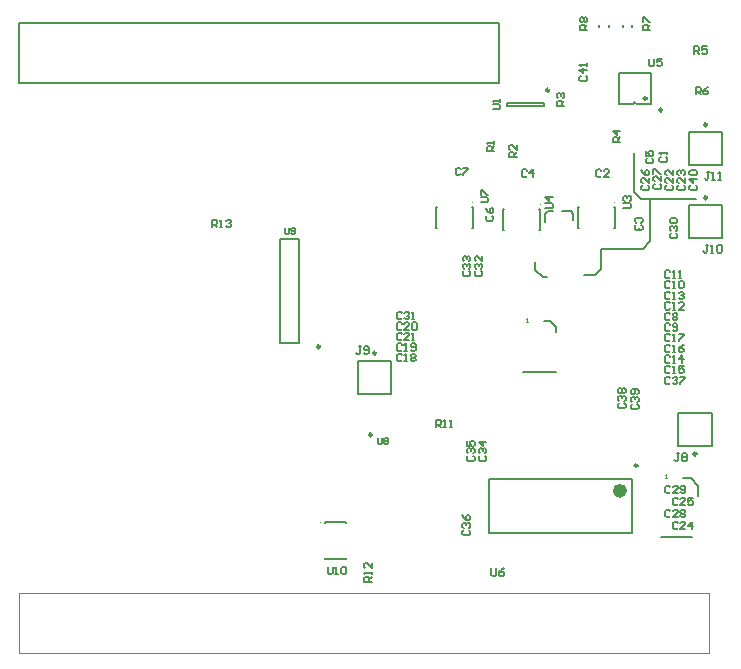
<source format=gto>
G04 Layer_Color=65535*
%FSLAX25Y25*%
%MOIN*%
G70*
G01*
G75*
%ADD23C,0.00600*%
%ADD82C,0.00984*%
%ADD83C,0.00394*%
%ADD84C,0.02362*%
%ADD85C,0.00787*%
%ADD86C,0.00100*%
%ADD87C,0.00500*%
%ADD88C,0.00800*%
%ADD89C,0.00200*%
D23*
X212000Y160000D02*
Y173000D01*
Y160000D02*
X214500Y157500D01*
X232638D01*
X217500Y143500D02*
Y157500D01*
X215000Y141000D02*
X217500Y143500D01*
X201102Y141000D02*
X215000D01*
X201000Y140898D02*
X201102Y141000D01*
X201000Y135000D02*
Y140898D01*
Y134150D02*
Y136000D01*
X199094Y132244D02*
X201000Y134150D01*
X195244Y132244D02*
X199094D01*
X179213Y134087D02*
Y136500D01*
Y134087D02*
X181800Y131500D01*
X182918D01*
X182500Y150050D02*
Y152500D01*
X183500Y153500D02*
X184912D01*
X182500Y152500D02*
X183500Y153500D01*
X191750Y150469D02*
Y152750D01*
X191000Y153500D02*
X191750Y152750D01*
X188000Y153500D02*
X191000D01*
X175000Y100000D02*
X186000D01*
X184000Y117000D02*
X186000Y115000D01*
Y113228D02*
Y115000D01*
X182000Y117000D02*
X184000D01*
X221000Y45000D02*
X231500D01*
X228500Y64500D02*
X231000D01*
X233500Y62000D01*
Y58697D02*
Y62000D01*
X160782Y71965D02*
X160366Y71549D01*
Y70716D01*
X160782Y70299D01*
X162449D01*
X162865Y70716D01*
Y71549D01*
X162449Y71965D01*
X160782Y72798D02*
X160366Y73215D01*
Y74048D01*
X160782Y74464D01*
X161199D01*
X161615Y74048D01*
Y73631D01*
Y74048D01*
X162032Y74464D01*
X162449D01*
X162865Y74048D01*
Y73215D01*
X162449Y72798D01*
X162865Y76547D02*
X160366D01*
X161615Y75297D01*
Y76964D01*
D82*
X107338Y108357D02*
G03*
X107338Y108357I-492J0D01*
G01*
X124662Y78980D02*
G03*
X124662Y78980I-492J0D01*
G01*
X183760Y193858D02*
G03*
X183760Y193858I-492J0D01*
G01*
X213259Y68724D02*
G03*
X213259Y68724I-492J0D01*
G01*
X126122Y106220D02*
G03*
X126122Y106220I-492J0D01*
G01*
X232892Y72629D02*
G03*
X232892Y72629I-492J0D01*
G01*
X216262Y191093D02*
G03*
X216262Y191093I-492J0D01*
G01*
X221462Y187273D02*
G03*
X221462Y187273I-492J0D01*
G01*
X236392Y182371D02*
G03*
X236392Y182371I-492J0D01*
G01*
Y158071D02*
G03*
X236392Y158071I-492J0D01*
G01*
D83*
X205680Y156519D02*
G03*
X205680Y156519I-197J0D01*
G01*
X180847Y155787D02*
G03*
X180847Y155787I-197J0D01*
G01*
X158436Y156519D02*
G03*
X158436Y156519I-197J0D01*
G01*
X107737Y49808D02*
G03*
X107737Y49808I-197J0D01*
G01*
D84*
X208534Y60358D02*
G03*
X208534Y60358I-1181J0D01*
G01*
D85*
X213010Y189321D02*
G03*
X211730Y189321I-640J0D01*
G01*
X100350Y109577D02*
Y144223D01*
X94050Y109577D02*
Y144223D01*
Y109577D02*
X100350D01*
X94050Y144223D02*
X100350D01*
X208347Y214910D02*
Y215698D01*
X211496Y214910D02*
Y215698D01*
X200484Y214847D02*
Y215634D01*
X203633Y214847D02*
Y215634D01*
X169882Y188543D02*
Y189724D01*
Y188543D02*
X182087D01*
X169882Y189724D02*
X182087D01*
Y188543D02*
Y189724D01*
X193377Y147858D02*
Y154945D01*
Y147858D02*
X193574D01*
X193377Y154945D02*
X193574D01*
X205385Y147858D02*
X205581D01*
Y154945D01*
X205385D02*
X205581D01*
X168543Y147126D02*
Y154213D01*
Y147126D02*
X168740D01*
X168543Y154213D02*
X168740D01*
X180551Y147126D02*
X180748D01*
Y154213D01*
X180551D02*
X180748D01*
X163652Y46224D02*
Y64295D01*
Y46224D02*
X211290D01*
X163652Y64295D02*
X211290D01*
Y46224D02*
Y64295D01*
X146133Y147858D02*
Y154945D01*
Y147858D02*
X146330D01*
X146133Y154945D02*
X146330D01*
X158141Y147858D02*
X158337D01*
Y154945D01*
X158141D02*
X158337D01*
X109115Y37701D02*
X116202D01*
X109115Y49709D02*
Y49906D01*
Y37701D02*
Y37898D01*
X116202Y37701D02*
Y37898D01*
X109115Y49906D02*
X116202D01*
Y49709D02*
Y49906D01*
X7000Y216297D02*
X167000D01*
X7000Y196297D02*
X167000D01*
X7000D02*
Y216297D01*
X167000Y196297D02*
Y216297D01*
X120118Y92638D02*
Y103661D01*
X120118Y92638D02*
X131142D01*
Y103661D01*
X120118Y103661D02*
X131142D01*
X237912Y75188D02*
Y86212D01*
X226888Y86212D02*
X237912D01*
X226888Y75188D02*
Y86212D01*
X226888Y75188D02*
X237912D01*
X217744Y189321D02*
Y199557D01*
X206996D02*
X217744D01*
X206996Y189321D02*
Y199557D01*
Y189321D02*
X211730D01*
X213010D02*
X217744D01*
X230388Y168788D02*
Y179812D01*
X230388Y168788D02*
X241412D01*
Y179812D01*
X230388Y179812D02*
X241412D01*
X230388Y144488D02*
Y155512D01*
X230388Y144488D02*
X241412D01*
Y155512D01*
X230388Y155512D02*
X241412D01*
D86*
X17000Y26300D02*
X237000D01*
Y6300D02*
Y26300D01*
X17000Y6300D02*
X237000D01*
X7000D02*
X17000D01*
X7000D02*
Y26300D01*
X17000D01*
D87*
X95700Y147999D02*
Y146333D01*
X96033Y146000D01*
X96700D01*
X97033Y146333D01*
Y147999D01*
X97699Y146333D02*
X98033Y146000D01*
X98699D01*
X99032Y146333D01*
Y147666D01*
X98699Y147999D01*
X98033D01*
X97699Y147666D01*
Y147333D01*
X98033Y147000D01*
X99032D01*
X126700Y77899D02*
Y76233D01*
X127033Y75900D01*
X127700D01*
X128033Y76233D01*
Y77899D01*
X128699Y77566D02*
X129033Y77899D01*
X129699D01*
X130032Y77566D01*
Y77233D01*
X129699Y76900D01*
X130032Y76566D01*
Y76233D01*
X129699Y75900D01*
X129033D01*
X128699Y76233D01*
Y76566D01*
X129033Y76900D01*
X128699Y77233D01*
Y77566D01*
X129033Y76900D02*
X129699D01*
X182501Y154500D02*
X184583D01*
X185000Y154917D01*
Y155750D01*
X184583Y156166D01*
X182501D01*
X185000Y158249D02*
X182501D01*
X183750Y156999D01*
Y158665D01*
X236866Y142199D02*
X236033D01*
X236450D01*
Y140117D01*
X236033Y139700D01*
X235616D01*
X235200Y140117D01*
X237699Y139700D02*
X238532D01*
X238116D01*
Y142199D01*
X237699Y141783D01*
X239782D02*
X240198Y142199D01*
X241031D01*
X241448Y141783D01*
Y140117D01*
X241031Y139700D01*
X240198D01*
X239782Y140117D01*
Y141783D01*
X237266Y166599D02*
X236433D01*
X236850D01*
Y164516D01*
X236433Y164100D01*
X236017D01*
X235600Y164516D01*
X238099Y164100D02*
X238932D01*
X238516D01*
Y166599D01*
X238099Y166183D01*
X240182Y164100D02*
X241015D01*
X240598D01*
Y166599D01*
X240182Y166183D01*
D88*
X157074Y133524D02*
X157490Y133108D01*
Y132274D01*
X157074Y131858D01*
X155408D01*
X154991Y132274D01*
Y133108D01*
X155408Y133524D01*
X157074Y134357D02*
X157490Y134774D01*
Y135607D01*
X157074Y136023D01*
X156657D01*
X156241Y135607D01*
Y135190D01*
Y135607D01*
X155824Y136023D01*
X155408D01*
X154991Y135607D01*
Y134774D01*
X155408Y134357D01*
X157074Y136856D02*
X157490Y137273D01*
Y138106D01*
X157074Y138523D01*
X156657D01*
X156241Y138106D01*
Y137689D01*
Y138106D01*
X155824Y138523D01*
X155408D01*
X154991Y138106D01*
Y137273D01*
X155408Y136856D01*
X159417Y133524D02*
X159001Y133108D01*
Y132274D01*
X159417Y131858D01*
X161083D01*
X161500Y132274D01*
Y133108D01*
X161083Y133524D01*
X159417Y134357D02*
X159001Y134774D01*
Y135607D01*
X159417Y136023D01*
X159834D01*
X160250Y135607D01*
Y135190D01*
Y135607D01*
X160667Y136023D01*
X161083D01*
X161500Y135607D01*
Y134774D01*
X161083Y134357D01*
X161500Y138523D02*
Y136856D01*
X159834Y138523D01*
X159417D01*
X159001Y138106D01*
Y137273D01*
X159417Y136856D01*
X134666Y109083D02*
X134250Y109499D01*
X133416D01*
X133000Y109083D01*
Y107416D01*
X133416Y107000D01*
X134250D01*
X134666Y107416D01*
X135499Y107000D02*
X136332D01*
X135916D01*
Y109499D01*
X135499Y109083D01*
X137582Y107416D02*
X137998Y107000D01*
X138831D01*
X139248Y107416D01*
Y109083D01*
X138831Y109499D01*
X137998D01*
X137582Y109083D01*
Y108666D01*
X137998Y108250D01*
X139248D01*
X224417Y146166D02*
X224001Y145750D01*
Y144916D01*
X224417Y144500D01*
X226083D01*
X226500Y144916D01*
Y145750D01*
X226083Y146166D01*
X224417Y146999D02*
X224001Y147416D01*
Y148249D01*
X224417Y148665D01*
X224834D01*
X225250Y148249D01*
Y147832D01*
Y148249D01*
X225667Y148665D01*
X226083D01*
X226500Y148249D01*
Y147416D01*
X226083Y146999D01*
X224417Y149498D02*
X224001Y149915D01*
Y150748D01*
X224417Y151164D01*
X226083D01*
X226500Y150748D01*
Y149915D01*
X226083Y149498D01*
X224417D01*
X194256Y198666D02*
X193840Y198250D01*
Y197416D01*
X194256Y197000D01*
X195922D01*
X196339Y197416D01*
Y198250D01*
X195922Y198666D01*
X196339Y200749D02*
X193840D01*
X195089Y199499D01*
Y201165D01*
X196339Y201998D02*
Y202831D01*
Y202415D01*
X193840D01*
X194256Y201998D01*
X217100Y204399D02*
Y202316D01*
X217516Y201900D01*
X218350D01*
X218766Y202316D01*
Y204399D01*
X221265D02*
X219599D01*
Y203150D01*
X220432Y203566D01*
X220849D01*
X221265Y203150D01*
Y202316D01*
X220849Y201900D01*
X220016D01*
X219599Y202316D01*
X208501Y154500D02*
X210583D01*
X211000Y154917D01*
Y155750D01*
X210583Y156166D01*
X208501D01*
X208917Y156999D02*
X208501Y157416D01*
Y158249D01*
X208917Y158665D01*
X209334D01*
X209750Y158249D01*
Y157832D01*
Y158249D01*
X210167Y158665D01*
X210583D01*
X211000Y158249D01*
Y157416D01*
X210583Y156999D01*
X172913Y171500D02*
X170414D01*
Y172750D01*
X170831Y173166D01*
X171664D01*
X172080Y172750D01*
Y171500D01*
Y172333D02*
X172913Y173166D01*
Y175665D02*
Y173999D01*
X171247Y175665D01*
X170831D01*
X170414Y175249D01*
Y174416D01*
X170831Y173999D01*
X224058Y115720D02*
X223642Y116137D01*
X222809D01*
X222392Y115720D01*
Y114054D01*
X222809Y113638D01*
X223642D01*
X224058Y114054D01*
X224891D02*
X225308Y113638D01*
X226141D01*
X226557Y114054D01*
Y115720D01*
X226141Y116137D01*
X225308D01*
X224891Y115720D01*
Y115304D01*
X225308Y114887D01*
X226557D01*
X224058Y119264D02*
X223642Y119680D01*
X222809D01*
X222392Y119264D01*
Y117598D01*
X222809Y117181D01*
X223642D01*
X224058Y117598D01*
X224891Y119264D02*
X225308Y119680D01*
X226141D01*
X226557Y119264D01*
Y118847D01*
X226141Y118431D01*
X226557Y118014D01*
Y117598D01*
X226141Y117181D01*
X225308D01*
X224891Y117598D01*
Y118014D01*
X225308Y118431D01*
X224891Y118847D01*
Y119264D01*
X225308Y118431D02*
X226141D01*
X154295Y167583D02*
X153878Y167999D01*
X153045D01*
X152629Y167583D01*
Y165917D01*
X153045Y165500D01*
X153878D01*
X154295Y165917D01*
X155128Y167999D02*
X156794D01*
Y167583D01*
X155128Y165917D01*
Y165500D01*
X163075Y152099D02*
X162658Y151683D01*
Y150850D01*
X163075Y150433D01*
X164741D01*
X165157Y150850D01*
Y151683D01*
X164741Y152099D01*
X162658Y154598D02*
X163075Y153765D01*
X163908Y152932D01*
X164741D01*
X165157Y153349D01*
Y154182D01*
X164741Y154598D01*
X164324D01*
X163908Y154182D01*
Y152932D01*
X216417Y171166D02*
X216001Y170750D01*
Y169916D01*
X216417Y169500D01*
X218084D01*
X218500Y169916D01*
Y170750D01*
X218084Y171166D01*
X216001Y173665D02*
Y171999D01*
X217250D01*
X216834Y172832D01*
Y173249D01*
X217250Y173665D01*
X218084D01*
X218500Y173249D01*
Y172416D01*
X218084Y171999D01*
X176312Y167083D02*
X175895Y167499D01*
X175062D01*
X174646Y167083D01*
Y165417D01*
X175062Y165000D01*
X175895D01*
X176312Y165417D01*
X178394Y165000D02*
Y167499D01*
X177145Y166250D01*
X178811D01*
X214554Y149735D02*
X214970Y150152D01*
Y150985D01*
X214554Y151401D01*
X212888D01*
X212471Y150985D01*
Y150152D01*
X212888Y149735D01*
X214554Y148902D02*
X214970Y148486D01*
Y147653D01*
X214554Y147236D01*
X214137D01*
X213721Y147653D01*
Y148069D01*
Y147653D01*
X213304Y147236D01*
X212888D01*
X212471Y147653D01*
Y148486D01*
X212888Y148902D01*
X201145Y167083D02*
X200729Y167499D01*
X199896D01*
X199479Y167083D01*
Y165417D01*
X199896Y165000D01*
X200729D01*
X201145Y165417D01*
X203644Y165000D02*
X201978D01*
X203644Y166666D01*
Y167083D01*
X203228Y167499D01*
X202395D01*
X201978Y167083D01*
X220917Y171666D02*
X220501Y171250D01*
Y170416D01*
X220917Y170000D01*
X222584D01*
X223000Y170416D01*
Y171250D01*
X222584Y171666D01*
X223000Y172499D02*
Y173332D01*
Y172916D01*
X220501D01*
X220917Y172499D01*
X71500Y148200D02*
Y150699D01*
X72750D01*
X73166Y150283D01*
Y149450D01*
X72750Y149033D01*
X71500D01*
X72333D02*
X73166Y148200D01*
X73999D02*
X74832D01*
X74416D01*
Y150699D01*
X73999Y150283D01*
X76082D02*
X76498Y150699D01*
X77331D01*
X77748Y150283D01*
Y149866D01*
X77331Y149450D01*
X76915D01*
X77331D01*
X77748Y149033D01*
Y148617D01*
X77331Y148200D01*
X76498D01*
X76082Y148617D01*
X124563Y30000D02*
X122064D01*
Y31250D01*
X122480Y31666D01*
X123313D01*
X123730Y31250D01*
Y30000D01*
Y30833D02*
X124563Y31666D01*
Y32499D02*
Y33332D01*
Y32916D01*
X122064D01*
X122480Y32499D01*
X124563Y36248D02*
Y34582D01*
X122897Y36248D01*
X122480D01*
X122064Y35831D01*
Y34998D01*
X122480Y34582D01*
X146000Y81500D02*
Y83999D01*
X147250D01*
X147666Y83583D01*
Y82750D01*
X147250Y82333D01*
X146000D01*
X146833D02*
X147666Y81500D01*
X148499D02*
X149332D01*
X148916D01*
Y83999D01*
X148499Y83583D01*
X150582Y81500D02*
X151415D01*
X150998D01*
Y83999D01*
X150582Y83583D01*
X230917Y162166D02*
X230501Y161750D01*
Y160916D01*
X230917Y160500D01*
X232583D01*
X233000Y160916D01*
Y161750D01*
X232583Y162166D01*
X233000Y164249D02*
X230501D01*
X231750Y162999D01*
Y164665D01*
X230917Y165498D02*
X230501Y165915D01*
Y166748D01*
X230917Y167165D01*
X232583D01*
X233000Y166748D01*
Y165915D01*
X232583Y165498D01*
X230917D01*
X211517Y89166D02*
X211101Y88750D01*
Y87916D01*
X211517Y87500D01*
X213183D01*
X213600Y87916D01*
Y88750D01*
X213183Y89166D01*
X211517Y89999D02*
X211101Y90416D01*
Y91249D01*
X211517Y91665D01*
X211934D01*
X212350Y91249D01*
Y90832D01*
Y91249D01*
X212767Y91665D01*
X213183D01*
X213600Y91249D01*
Y90416D01*
X213183Y89999D01*
Y92498D02*
X213600Y92915D01*
Y93748D01*
X213183Y94165D01*
X211517D01*
X211101Y93748D01*
Y92915D01*
X211517Y92498D01*
X211934D01*
X212350Y92915D01*
Y94165D01*
X207217Y89466D02*
X206801Y89050D01*
Y88217D01*
X207217Y87800D01*
X208884D01*
X209300Y88217D01*
Y89050D01*
X208884Y89466D01*
X207217Y90299D02*
X206801Y90716D01*
Y91549D01*
X207217Y91965D01*
X207634D01*
X208050Y91549D01*
Y91132D01*
Y91549D01*
X208467Y91965D01*
X208884D01*
X209300Y91549D01*
Y90716D01*
X208884Y90299D01*
X207217Y92798D02*
X206801Y93215D01*
Y94048D01*
X207217Y94464D01*
X207634D01*
X208050Y94048D01*
X208467Y94464D01*
X208884D01*
X209300Y94048D01*
Y93215D01*
X208884Y92798D01*
X208467D01*
X208050Y93215D01*
X207634Y92798D01*
X207217D01*
X208050Y93215D02*
Y94048D01*
X224058Y98004D02*
X223642Y98421D01*
X222809D01*
X222392Y98004D01*
Y96338D01*
X222809Y95921D01*
X223642D01*
X224058Y96338D01*
X224891Y98004D02*
X225308Y98421D01*
X226141D01*
X226557Y98004D01*
Y97587D01*
X226141Y97171D01*
X225724D01*
X226141D01*
X226557Y96754D01*
Y96338D01*
X226141Y95921D01*
X225308D01*
X224891Y96338D01*
X227390Y98421D02*
X229057D01*
Y98004D01*
X227390Y96338D01*
Y95921D01*
X155271Y47166D02*
X154854Y46750D01*
Y45917D01*
X155271Y45500D01*
X156937D01*
X157353Y45917D01*
Y46750D01*
X156937Y47166D01*
X155271Y47999D02*
X154854Y48416D01*
Y49249D01*
X155271Y49665D01*
X155687D01*
X156104Y49249D01*
Y48832D01*
Y49249D01*
X156520Y49665D01*
X156937D01*
X157353Y49249D01*
Y48416D01*
X156937Y47999D01*
X154854Y52165D02*
X155271Y51331D01*
X156104Y50498D01*
X156937D01*
X157353Y50915D01*
Y51748D01*
X156937Y52165D01*
X156520D01*
X156104Y51748D01*
Y50498D01*
X156845Y71965D02*
X156429Y71549D01*
Y70716D01*
X156845Y70299D01*
X158511D01*
X158928Y70716D01*
Y71549D01*
X158511Y71965D01*
X156845Y72798D02*
X156429Y73215D01*
Y74048D01*
X156845Y74464D01*
X157262D01*
X157678Y74048D01*
Y73631D01*
Y74048D01*
X158095Y74464D01*
X158511D01*
X158928Y74048D01*
Y73215D01*
X158511Y72798D01*
X156429Y76964D02*
Y75297D01*
X157678D01*
X157262Y76130D01*
Y76547D01*
X157678Y76964D01*
X158511D01*
X158928Y76547D01*
Y75714D01*
X158511Y75297D01*
X134666Y119583D02*
X134250Y119999D01*
X133416D01*
X133000Y119583D01*
Y117917D01*
X133416Y117500D01*
X134250D01*
X134666Y117917D01*
X135499Y119583D02*
X135916Y119999D01*
X136749D01*
X137165Y119583D01*
Y119166D01*
X136749Y118750D01*
X136332D01*
X136749D01*
X137165Y118333D01*
Y117917D01*
X136749Y117500D01*
X135916D01*
X135499Y117917D01*
X137998Y117500D02*
X138831D01*
X138415D01*
Y119999D01*
X137998Y119583D01*
X224166Y61583D02*
X223750Y61999D01*
X222917D01*
X222500Y61583D01*
Y59917D01*
X222917Y59500D01*
X223750D01*
X224166Y59917D01*
X226665Y59500D02*
X224999D01*
X226665Y61166D01*
Y61583D01*
X226249Y61999D01*
X225416D01*
X224999Y61583D01*
X227498Y59917D02*
X227915Y59500D01*
X228748D01*
X229165Y59917D01*
Y61583D01*
X228748Y61999D01*
X227915D01*
X227498Y61583D01*
Y61166D01*
X227915Y60750D01*
X229165D01*
X224166Y53583D02*
X223750Y53999D01*
X222917D01*
X222500Y53583D01*
Y51916D01*
X222917Y51500D01*
X223750D01*
X224166Y51916D01*
X226665Y51500D02*
X224999D01*
X226665Y53166D01*
Y53583D01*
X226249Y53999D01*
X225416D01*
X224999Y53583D01*
X227498D02*
X227915Y53999D01*
X228748D01*
X229165Y53583D01*
Y53166D01*
X228748Y52750D01*
X229165Y52333D01*
Y51916D01*
X228748Y51500D01*
X227915D01*
X227498Y51916D01*
Y52333D01*
X227915Y52750D01*
X227498Y53166D01*
Y53583D01*
X227915Y52750D02*
X228748D01*
X218917Y162666D02*
X218501Y162250D01*
Y161416D01*
X218917Y161000D01*
X220584D01*
X221000Y161416D01*
Y162250D01*
X220584Y162666D01*
X221000Y165165D02*
Y163499D01*
X219334Y165165D01*
X218917D01*
X218501Y164749D01*
Y163916D01*
X218917Y163499D01*
X218501Y165998D02*
Y167665D01*
X218917D01*
X220584Y165998D01*
X221000D01*
X214917Y162166D02*
X214501Y161750D01*
Y160916D01*
X214917Y160500D01*
X216583D01*
X217000Y160916D01*
Y161750D01*
X216583Y162166D01*
X217000Y164665D02*
Y162999D01*
X215334Y164665D01*
X214917D01*
X214501Y164249D01*
Y163416D01*
X214917Y162999D01*
X214501Y167165D02*
X214917Y166331D01*
X215750Y165498D01*
X216583D01*
X217000Y165915D01*
Y166748D01*
X216583Y167165D01*
X216167D01*
X215750Y166748D01*
Y165498D01*
X226666Y57583D02*
X226250Y57999D01*
X225416D01*
X225000Y57583D01*
Y55917D01*
X225416Y55500D01*
X226250D01*
X226666Y55917D01*
X229165Y55500D02*
X227499D01*
X229165Y57166D01*
Y57583D01*
X228749Y57999D01*
X227916D01*
X227499Y57583D01*
X231664Y57999D02*
X229998D01*
Y56750D01*
X230831Y57166D01*
X231248D01*
X231664Y56750D01*
Y55917D01*
X231248Y55500D01*
X230415D01*
X229998Y55917D01*
X226666Y49583D02*
X226250Y49999D01*
X225416D01*
X225000Y49583D01*
Y47916D01*
X225416Y47500D01*
X226250D01*
X226666Y47916D01*
X229165Y47500D02*
X227499D01*
X229165Y49166D01*
Y49583D01*
X228749Y49999D01*
X227916D01*
X227499Y49583D01*
X231248Y47500D02*
Y49999D01*
X229998Y48750D01*
X231664D01*
X226917Y162166D02*
X226501Y161750D01*
Y160916D01*
X226917Y160500D01*
X228584D01*
X229000Y160916D01*
Y161750D01*
X228584Y162166D01*
X229000Y164665D02*
Y162999D01*
X227334Y164665D01*
X226917D01*
X226501Y164249D01*
Y163416D01*
X226917Y162999D01*
Y165498D02*
X226501Y165915D01*
Y166748D01*
X226917Y167165D01*
X227334D01*
X227750Y166748D01*
Y166331D01*
Y166748D01*
X228167Y167165D01*
X228584D01*
X229000Y166748D01*
Y165915D01*
X228584Y165498D01*
X222917Y162166D02*
X222501Y161750D01*
Y160916D01*
X222917Y160500D01*
X224584D01*
X225000Y160916D01*
Y161750D01*
X224584Y162166D01*
X225000Y164665D02*
Y162999D01*
X223334Y164665D01*
X222917D01*
X222501Y164249D01*
Y163416D01*
X222917Y162999D01*
X225000Y167165D02*
Y165498D01*
X223334Y167165D01*
X222917D01*
X222501Y166748D01*
Y165915D01*
X222917Y165498D01*
X134666Y112634D02*
X134250Y113050D01*
X133416D01*
X133000Y112634D01*
Y110968D01*
X133416Y110551D01*
X134250D01*
X134666Y110968D01*
X137165Y110551D02*
X135499D01*
X137165Y112217D01*
Y112634D01*
X136749Y113050D01*
X135916D01*
X135499Y112634D01*
X137998Y110551D02*
X138831D01*
X138415D01*
Y113050D01*
X137998Y112634D01*
X134666Y116083D02*
X134250Y116499D01*
X133416D01*
X133000Y116083D01*
Y114417D01*
X133416Y114000D01*
X134250D01*
X134666Y114417D01*
X137165Y114000D02*
X135499D01*
X137165Y115666D01*
Y116083D01*
X136749Y116499D01*
X135916D01*
X135499Y116083D01*
X137998D02*
X138415Y116499D01*
X139248D01*
X139664Y116083D01*
Y114417D01*
X139248Y114000D01*
X138415D01*
X137998Y114417D01*
Y116083D01*
X134666Y105583D02*
X134250Y105999D01*
X133416D01*
X133000Y105583D01*
Y103917D01*
X133416Y103500D01*
X134250D01*
X134666Y103917D01*
X135499Y103500D02*
X136332D01*
X135916D01*
Y105999D01*
X135499Y105583D01*
X137582D02*
X137998Y105999D01*
X138831D01*
X139248Y105583D01*
Y105166D01*
X138831Y104750D01*
X139248Y104333D01*
Y103917D01*
X138831Y103500D01*
X137998D01*
X137582Y103917D01*
Y104333D01*
X137998Y104750D01*
X137582Y105166D01*
Y105583D01*
X137998Y104750D02*
X138831D01*
X224140Y112300D02*
X223723Y112717D01*
X222890D01*
X222474Y112300D01*
Y110634D01*
X222890Y110217D01*
X223723D01*
X224140Y110634D01*
X224973Y110217D02*
X225806D01*
X225390D01*
Y112717D01*
X224973Y112300D01*
X227056Y112717D02*
X228722D01*
Y112300D01*
X227056Y110634D01*
Y110217D01*
X224058Y108634D02*
X223642Y109050D01*
X222809D01*
X222392Y108634D01*
Y106968D01*
X222809Y106551D01*
X223642D01*
X224058Y106968D01*
X224891Y106551D02*
X225724D01*
X225308D01*
Y109050D01*
X224891Y108634D01*
X228640Y109050D02*
X227807Y108634D01*
X226974Y107801D01*
Y106968D01*
X227390Y106551D01*
X228223D01*
X228640Y106968D01*
Y107384D01*
X228223Y107801D01*
X226974D01*
X224058Y101547D02*
X223642Y101964D01*
X222809D01*
X222392Y101547D01*
Y99881D01*
X222809Y99465D01*
X223642D01*
X224058Y99881D01*
X224891Y99465D02*
X225724D01*
X225308D01*
Y101964D01*
X224891Y101547D01*
X228640Y101964D02*
X226974D01*
Y100714D01*
X227807Y101131D01*
X228223D01*
X228640Y100714D01*
Y99881D01*
X228223Y99465D01*
X227390D01*
X226974Y99881D01*
X224058Y105091D02*
X223642Y105507D01*
X222809D01*
X222392Y105091D01*
Y103424D01*
X222809Y103008D01*
X223642D01*
X224058Y103424D01*
X224891Y103008D02*
X225724D01*
X225308D01*
Y105507D01*
X224891Y105091D01*
X228223Y103008D02*
Y105507D01*
X226974Y104258D01*
X228640D01*
X224058Y126350D02*
X223642Y126767D01*
X222809D01*
X222392Y126350D01*
Y124684D01*
X222809Y124268D01*
X223642D01*
X224058Y124684D01*
X224891Y124268D02*
X225724D01*
X225308D01*
Y126767D01*
X224891Y126350D01*
X226974D02*
X227390Y126767D01*
X228223D01*
X228640Y126350D01*
Y125934D01*
X228223Y125517D01*
X227807D01*
X228223D01*
X228640Y125101D01*
Y124684D01*
X228223Y124268D01*
X227390D01*
X226974Y124684D01*
X224058Y122807D02*
X223642Y123224D01*
X222809D01*
X222392Y122807D01*
Y121141D01*
X222809Y120724D01*
X223642D01*
X224058Y121141D01*
X224891Y120724D02*
X225724D01*
X225308D01*
Y123224D01*
X224891Y122807D01*
X228640Y120724D02*
X226974D01*
X228640Y122391D01*
Y122807D01*
X228223Y123224D01*
X227390D01*
X226974Y122807D01*
X224058Y133437D02*
X223642Y133853D01*
X222809D01*
X222392Y133437D01*
Y131771D01*
X222809Y131354D01*
X223642D01*
X224058Y131771D01*
X224891Y131354D02*
X225724D01*
X225308D01*
Y133853D01*
X224891Y133437D01*
X226974Y131354D02*
X227807D01*
X227390D01*
Y133853D01*
X226974Y133437D01*
X224058Y129894D02*
X223642Y130310D01*
X222809D01*
X222392Y129894D01*
Y128228D01*
X222809Y127811D01*
X223642D01*
X224058Y128228D01*
X224891Y127811D02*
X225724D01*
X225308D01*
Y130310D01*
X224891Y129894D01*
X226974D02*
X227390Y130310D01*
X228223D01*
X228640Y129894D01*
Y128228D01*
X228223Y127811D01*
X227390D01*
X226974Y128228D01*
Y129894D01*
X109937Y34999D02*
Y32917D01*
X110353Y32500D01*
X111186D01*
X111603Y32917D01*
Y34999D01*
X112436Y32500D02*
X113269D01*
X112853D01*
Y34999D01*
X112436Y34583D01*
X114519D02*
X114935Y34999D01*
X115768D01*
X116185Y34583D01*
Y32917D01*
X115768Y32500D01*
X114935D01*
X114519Y32917D01*
Y34583D01*
X161001Y156519D02*
X163084D01*
X163500Y156936D01*
Y157769D01*
X163084Y158186D01*
X161001D01*
Y159019D02*
Y160685D01*
X161417D01*
X163084Y159019D01*
X163500D01*
X164500Y34499D02*
Y32416D01*
X164917Y32000D01*
X165750D01*
X166166Y32416D01*
Y34499D01*
X168665D02*
X167832Y34083D01*
X166999Y33250D01*
Y32416D01*
X167416Y32000D01*
X168249D01*
X168665Y32416D01*
Y32833D01*
X168249Y33250D01*
X166999D01*
X196500Y214000D02*
X194001D01*
Y215250D01*
X194417Y215666D01*
X195250D01*
X195667Y215250D01*
Y214000D01*
Y214833D02*
X196500Y215666D01*
X194417Y216499D02*
X194001Y216916D01*
Y217749D01*
X194417Y218165D01*
X194834D01*
X195250Y217749D01*
X195667Y218165D01*
X196083D01*
X196500Y217749D01*
Y216916D01*
X196083Y216499D01*
X195667D01*
X195250Y216916D01*
X194834Y216499D01*
X194417D01*
X195250Y216916D02*
Y217749D01*
X217500Y214000D02*
X215001D01*
Y215250D01*
X215417Y215666D01*
X216250D01*
X216667Y215250D01*
Y214000D01*
Y214833D02*
X217500Y215666D01*
X215001Y216499D02*
Y218165D01*
X215417D01*
X217084Y216499D01*
X217500D01*
X232638Y192489D02*
Y194988D01*
X233887D01*
X234304Y194571D01*
Y193738D01*
X233887Y193322D01*
X232638D01*
X233471D02*
X234304Y192489D01*
X236803Y194988D02*
X235970Y194571D01*
X235137Y193738D01*
Y192905D01*
X235554Y192489D01*
X236387D01*
X236803Y192905D01*
Y193322D01*
X236387Y193738D01*
X235137D01*
X232166Y206000D02*
Y208499D01*
X233415D01*
X233832Y208083D01*
Y207250D01*
X233415Y206833D01*
X232166D01*
X232999D02*
X233832Y206000D01*
X236331Y208499D02*
X234665D01*
Y207250D01*
X235498Y207666D01*
X235914D01*
X236331Y207250D01*
Y206417D01*
X235914Y206000D01*
X235081D01*
X234665Y206417D01*
X121098Y108499D02*
X120265D01*
X120682D01*
Y106416D01*
X120265Y106000D01*
X119849D01*
X119432Y106416D01*
X121931D02*
X122348Y106000D01*
X123181D01*
X123597Y106416D01*
Y108083D01*
X123181Y108499D01*
X122348D01*
X121931Y108083D01*
Y107666D01*
X122348Y107250D01*
X123597D01*
X227170Y72811D02*
X226337D01*
X226753D01*
Y70728D01*
X226337Y70312D01*
X225921D01*
X225504Y70728D01*
X228003Y72395D02*
X228420Y72811D01*
X229253D01*
X229669Y72395D01*
Y71978D01*
X229253Y71561D01*
X229669Y71145D01*
Y70728D01*
X229253Y70312D01*
X228420D01*
X228003Y70728D01*
Y71145D01*
X228420Y71561D01*
X228003Y71978D01*
Y72395D01*
X228420Y71561D02*
X229253D01*
X165001Y187500D02*
X167084D01*
X167500Y187917D01*
Y188750D01*
X167084Y189166D01*
X165001D01*
X167500Y189999D02*
Y190832D01*
Y190416D01*
X165001D01*
X165417Y189999D01*
X165500Y173500D02*
X163001D01*
Y174750D01*
X163417Y175166D01*
X164250D01*
X164667Y174750D01*
Y173500D01*
Y174333D02*
X165500Y175166D01*
Y175999D02*
Y176832D01*
Y176416D01*
X163001D01*
X163417Y175999D01*
X188872Y188764D02*
X186373D01*
Y190014D01*
X186790Y190430D01*
X187623D01*
X188039Y190014D01*
Y188764D01*
Y189597D02*
X188872Y190430D01*
X186790Y191263D02*
X186373Y191680D01*
Y192513D01*
X186790Y192929D01*
X187206D01*
X187623Y192513D01*
Y192096D01*
Y192513D01*
X188039Y192929D01*
X188456D01*
X188872Y192513D01*
Y191680D01*
X188456Y191263D01*
X207500Y176500D02*
X205001D01*
Y177750D01*
X205417Y178166D01*
X206250D01*
X206667Y177750D01*
Y176500D01*
Y177333D02*
X207500Y178166D01*
Y180249D02*
X205001D01*
X206250Y178999D01*
Y180665D01*
D89*
X176063Y116500D02*
X176563D01*
X176313D01*
Y117999D01*
X176063Y117750D01*
X222500Y64500D02*
X223000D01*
X222750D01*
Y66000D01*
X222500Y65750D01*
M02*

</source>
